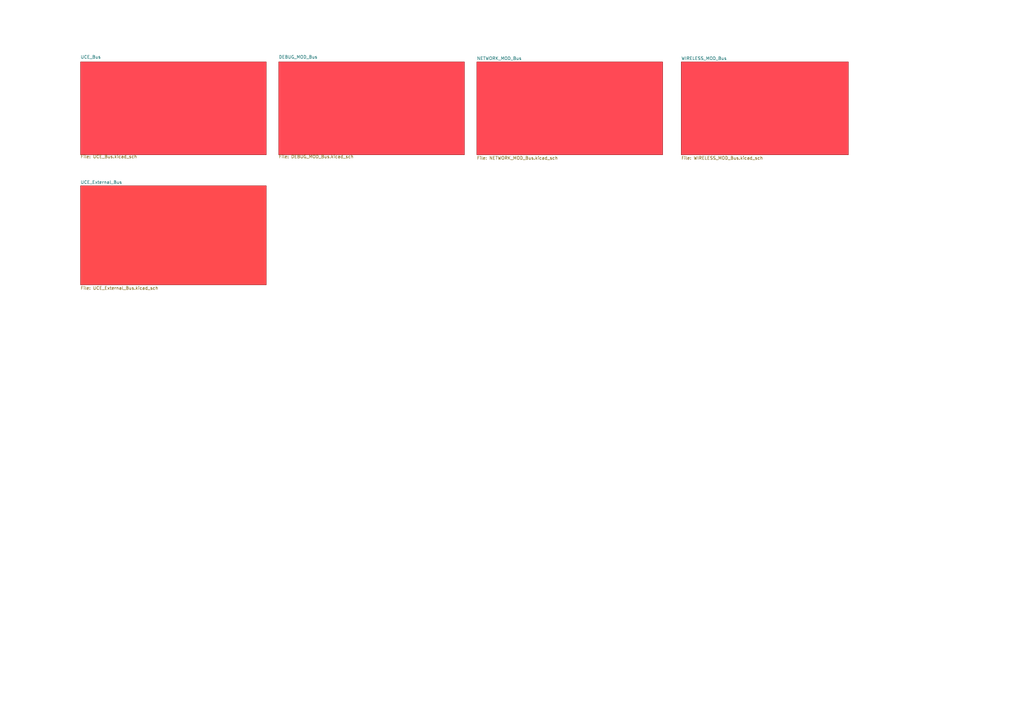
<source format=kicad_sch>
(kicad_sch
	(version 20250114)
	(generator "eeschema")
	(generator_version "9.0")
	(uuid "bef36838-6b81-4bb6-8124-e0fa8899061f")
	(paper "A3")
	(title_block
		(date "2025-12-31")
		(rev "0.5")
		(company "Rapport Tecnologia")
		(comment 1 "Rua José Alves Pereira, 50, Casa 1")
		(comment 4 "Aquiraz, CE, Brasil")
		(comment 6 "Carlos Delfino Carvalho Pinheiro")
		(comment 7 "Carlos Delfino Carvalho Pinheiro")
	)
	(lib_symbols)
	(sheet
		(at 114.3 25.4)
		(size 76.2 38.1)
		(exclude_from_sim no)
		(in_bom yes)
		(on_board yes)
		(dnp no)
		(stroke
			(width 0)
			(type solid)
		)
		(fill
			(color 255 73 85 1.0000)
		)
		(uuid "32d5f829-b169-471c-a009-0492c35731ba")
		(property "Sheetname" "DEBUG_MOD_Bus"
			(at 114.3 24.13 0)
			(effects
				(font
					(size 1.27 1.27)
				)
				(justify left bottom)
			)
		)
		(property "Sheetfile" "DEBUG_MOD_Bus.kicad_sch"
			(at 114.3 63.5 0)
			(effects
				(font
					(size 1.27 1.27)
				)
				(justify left top)
			)
		)
		(instances
			(project "KEPR"
				(path "/5d9e1dfb-5ec5-4e06-bbdb-9cbfa1c0b9f1/0260e008-78ae-4c2c-85f8-b31739d2ea08"
					(page "A00103")
				)
			)
		)
	)
	(sheet
		(at 33.02 76.2)
		(size 76.2 40.64)
		(exclude_from_sim no)
		(in_bom yes)
		(on_board yes)
		(dnp no)
		(fields_autoplaced yes)
		(stroke
			(width 0.1524)
			(type solid)
		)
		(fill
			(color 255 75 79 1.0000)
		)
		(uuid "3ddfbbf2-c792-4085-8f54-b8dc39bf204d")
		(property "Sheetname" "UCE_External_Bus"
			(at 33.02 75.4884 0)
			(effects
				(font
					(size 1.27 1.27)
				)
				(justify left bottom)
			)
		)
		(property "Sheetfile" "UCE_External_Bus.kicad_sch"
			(at 33.02 117.4246 0)
			(effects
				(font
					(size 1.27 1.27)
				)
				(justify left top)
			)
		)
		(instances
			(project "KEPR"
				(path "/5d9e1dfb-5ec5-4e06-bbdb-9cbfa1c0b9f1/0260e008-78ae-4c2c-85f8-b31739d2ea08"
					(page "A00105")
				)
			)
		)
	)
	(sheet
		(at 195.58 25.4)
		(size 76.2 38.1)
		(exclude_from_sim no)
		(in_bom yes)
		(on_board yes)
		(dnp no)
		(fields_autoplaced yes)
		(stroke
			(width 0.1524)
			(type solid)
		)
		(fill
			(color 255 73 85 1.0000)
		)
		(uuid "81da33e8-b949-40cf-b6bb-f99db92e18ff")
		(property "Sheetname" "NETWORK_MOD_Bus"
			(at 195.58 24.6884 0)
			(effects
				(font
					(size 1.27 1.27)
				)
				(justify left bottom)
			)
		)
		(property "Sheetfile" "NETWORK_MOD_Bus.kicad_sch"
			(at 195.58 64.0846 0)
			(effects
				(font
					(size 1.27 1.27)
				)
				(justify left top)
			)
		)
		(instances
			(project "KEPR"
				(path "/5d9e1dfb-5ec5-4e06-bbdb-9cbfa1c0b9f1/0260e008-78ae-4c2c-85f8-b31739d2ea08"
					(page "A00102")
				)
			)
		)
	)
	(sheet
		(at 279.4 25.4)
		(size 68.58 38.1)
		(exclude_from_sim no)
		(in_bom yes)
		(on_board yes)
		(dnp no)
		(fields_autoplaced yes)
		(stroke
			(width 0.1524)
			(type solid)
		)
		(fill
			(color 255 73 85 1.0000)
		)
		(uuid "89baefaa-37bd-4fe5-ae03-63909fd895b0")
		(property "Sheetname" "WIRELESS_MOD_Bus"
			(at 279.4 24.6884 0)
			(effects
				(font
					(size 1.27 1.27)
				)
				(justify left bottom)
			)
		)
		(property "Sheetfile" "WIRELESS_MOD_Bus.kicad_sch"
			(at 279.4 64.0846 0)
			(effects
				(font
					(size 1.27 1.27)
				)
				(justify left top)
			)
		)
		(instances
			(project "KEPR"
				(path "/5d9e1dfb-5ec5-4e06-bbdb-9cbfa1c0b9f1/0260e008-78ae-4c2c-85f8-b31739d2ea08"
					(page "A00104")
				)
			)
		)
	)
	(sheet
		(at 33.02 25.4)
		(size 76.2 38.1)
		(exclude_from_sim no)
		(in_bom yes)
		(on_board yes)
		(dnp no)
		(fields_autoplaced yes)
		(stroke
			(width 0)
			(type solid)
		)
		(fill
			(color 255 73 85 1.0000)
		)
		(uuid "f6e289d8-1e57-42c9-86d8-5b4c62dbd3c6")
		(property "Sheetname" "UCE_Bus"
			(at 33.02 24.13 0)
			(effects
				(font
					(size 1.27 1.27)
				)
				(justify left bottom)
			)
		)
		(property "Sheetfile" "UCE_Bus.kicad_sch"
			(at 33.02 63.5 0)
			(effects
				(font
					(size 1.27 1.27)
				)
				(justify left top)
			)
		)
		(instances
			(project "KEPR"
				(path "/5d9e1dfb-5ec5-4e06-bbdb-9cbfa1c0b9f1/0260e008-78ae-4c2c-85f8-b31739d2ea08"
					(page "A00101")
				)
			)
		)
	)
)

</source>
